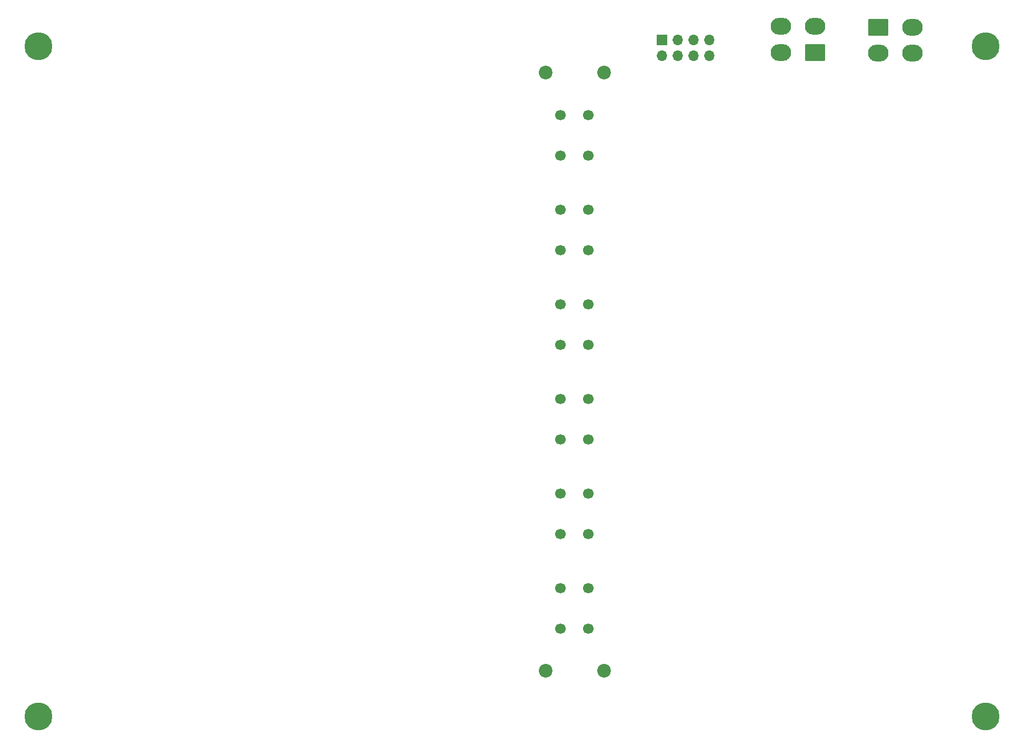
<source format=gbr>
%TF.GenerationSoftware,KiCad,Pcbnew,(6.0.9)*%
%TF.CreationDate,2023-01-27T20:31:40-09:00*%
%TF.ProjectId,IFEI,49464549-2e6b-4696-9361-645f70636258,rev?*%
%TF.SameCoordinates,Original*%
%TF.FileFunction,Soldermask,Bot*%
%TF.FilePolarity,Negative*%
%FSLAX46Y46*%
G04 Gerber Fmt 4.6, Leading zero omitted, Abs format (unit mm)*
G04 Created by KiCad (PCBNEW (6.0.9)) date 2023-01-27 20:31:40*
%MOMM*%
%LPD*%
G01*
G04 APERTURE LIST*
G04 Aperture macros list*
%AMRoundRect*
0 Rectangle with rounded corners*
0 $1 Rounding radius*
0 $2 $3 $4 $5 $6 $7 $8 $9 X,Y pos of 4 corners*
0 Add a 4 corners polygon primitive as box body*
4,1,4,$2,$3,$4,$5,$6,$7,$8,$9,$2,$3,0*
0 Add four circle primitives for the rounded corners*
1,1,$1+$1,$2,$3*
1,1,$1+$1,$4,$5*
1,1,$1+$1,$6,$7*
1,1,$1+$1,$8,$9*
0 Add four rect primitives between the rounded corners*
20,1,$1+$1,$2,$3,$4,$5,0*
20,1,$1+$1,$4,$5,$6,$7,0*
20,1,$1+$1,$6,$7,$8,$9,0*
20,1,$1+$1,$8,$9,$2,$3,0*%
G04 Aperture macros list end*
%ADD10C,1.700000*%
%ADD11RoundRect,0.250001X1.399999X-1.099999X1.399999X1.099999X-1.399999X1.099999X-1.399999X-1.099999X0*%
%ADD12O,3.300000X2.700000*%
%ADD13RoundRect,0.250001X-1.399999X1.099999X-1.399999X-1.099999X1.399999X-1.099999X1.399999X1.099999X0*%
%ADD14C,2.200000*%
%ADD15O,1.700000X1.700000*%
%ADD16R,1.700000X1.700000*%
%ADD17C,4.500000*%
G04 APERTURE END LIST*
D10*
%TO.C,SW6*%
X162814000Y-125793500D03*
X162814000Y-132293500D03*
X158314000Y-125793500D03*
X158314000Y-132293500D03*
%TD*%
%TO.C,SW5*%
X162814000Y-110553500D03*
X162814000Y-117053500D03*
X158314000Y-110553500D03*
X158314000Y-117053500D03*
%TD*%
%TO.C,SW4*%
X162814000Y-95313501D03*
X162814000Y-101813501D03*
X158314000Y-95313501D03*
X158314000Y-101813501D03*
%TD*%
%TO.C,SW3*%
X162814000Y-80073501D03*
X162814000Y-86573501D03*
X158314000Y-80073501D03*
X158314000Y-86573501D03*
%TD*%
%TO.C,SW2*%
X162814000Y-64833501D03*
X162814000Y-71333501D03*
X158314000Y-64833501D03*
X158314000Y-71333501D03*
%TD*%
%TO.C,SW1*%
X162814000Y-49593500D03*
X162814000Y-56093500D03*
X158314000Y-49593500D03*
X158314000Y-56093500D03*
%TD*%
D11*
%TO.C,J2*%
X199263000Y-39497000D03*
D12*
X199263000Y-35297000D03*
X193763000Y-39497000D03*
X193763000Y-35297000D03*
%TD*%
D13*
%TO.C,J1*%
X209423000Y-35433000D03*
D12*
X209423000Y-39633000D03*
X214923000Y-35433000D03*
X214923000Y-39633000D03*
%TD*%
D14*
%TO.C,H8*%
X155956000Y-139128501D03*
%TD*%
%TO.C,H7*%
X165353999Y-139128501D03*
%TD*%
%TO.C,H6*%
X165353999Y-42735501D03*
%TD*%
%TO.C,H5*%
X155956000Y-42735501D03*
%TD*%
D15*
%TO.C,J3*%
X182244999Y-40068500D03*
X182244999Y-37528500D03*
X179704999Y-40068500D03*
X179704999Y-37528500D03*
X177164999Y-40068500D03*
X177164999Y-37528500D03*
X174624999Y-40068500D03*
D16*
X174624999Y-37528500D03*
%TD*%
D17*
%TO.C,H4*%
X74295000Y-146431000D03*
%TD*%
%TO.C,H3*%
X226695000Y-146431000D03*
%TD*%
%TO.C,H2*%
X226695000Y-38481000D03*
%TD*%
%TO.C,H1*%
X74295000Y-38481000D03*
%TD*%
M02*

</source>
